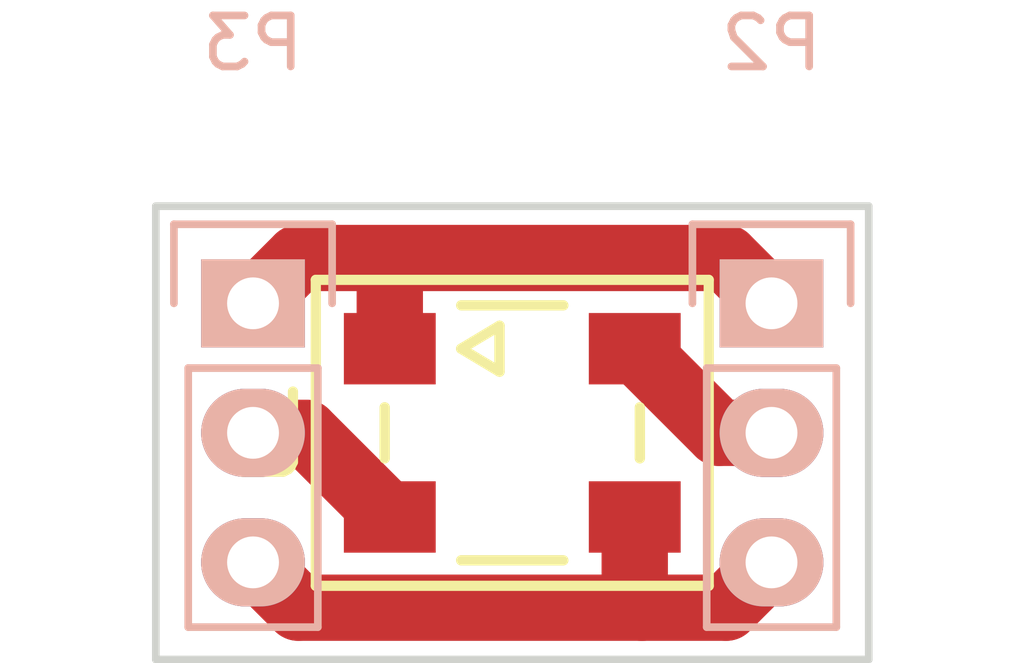
<source format=kicad_pcb>
(kicad_pcb (version 4) (host pcbnew 4.0.2+dfsg1-stable)

  (general
    (links 6)
    (no_connects 0)
    (area 134.441667 99.035 155.118334 112.635001)
    (thickness 1.6)
    (drawings 4)
    (tracks 16)
    (zones 0)
    (modules 3)
    (nets 5)
  )

  (page A4)
  (layers
    (0 F.Cu signal)
    (31 B.Cu signal)
    (32 B.Adhes user)
    (33 F.Adhes user)
    (34 B.Paste user)
    (35 F.Paste user)
    (36 B.SilkS user)
    (37 F.SilkS user)
    (38 B.Mask user)
    (39 F.Mask user)
    (40 Dwgs.User user)
    (41 Cmts.User user)
    (42 Eco1.User user)
    (43 Eco2.User user)
    (44 Edge.Cuts user)
    (45 Margin user)
    (46 B.CrtYd user)
    (47 F.CrtYd user)
    (48 B.Fab user)
    (49 F.Fab user)
  )

  (setup
    (last_trace_width 1.3)
    (trace_clearance 0.35)
    (zone_clearance 0.508)
    (zone_45_only no)
    (trace_min 0.2)
    (segment_width 0.2)
    (edge_width 0.15)
    (via_size 0.6)
    (via_drill 0.4)
    (via_min_size 0.4)
    (via_min_drill 0.3)
    (uvia_size 0.3)
    (uvia_drill 0.1)
    (uvias_allowed no)
    (uvia_min_size 0.2)
    (uvia_min_drill 0.1)
    (pcb_text_width 0.3)
    (pcb_text_size 1.5 1.5)
    (mod_edge_width 0.15)
    (mod_text_size 1 1)
    (mod_text_width 0.15)
    (pad_size 1.524 1.524)
    (pad_drill 0.762)
    (pad_to_mask_clearance 0.2)
    (aux_axis_origin 0 0)
    (visible_elements FFFFFF7F)
    (pcbplotparams
      (layerselection 0x01000_00000001)
      (usegerberextensions false)
      (excludeedgelayer true)
      (linewidth 0.100000)
      (plotframeref false)
      (viasonmask false)
      (mode 1)
      (useauxorigin false)
      (hpglpennumber 1)
      (hpglpenspeed 20)
      (hpglpendiameter 15)
      (hpglpenoverlay 2)
      (psnegative false)
      (psa4output false)
      (plotreference true)
      (plotvalue true)
      (plotinvisibletext false)
      (padsonsilk false)
      (subtractmaskfromsilk false)
      (outputformat 1)
      (mirror false)
      (drillshape 0)
      (scaleselection 1)
      (outputdirectory /media/nicola/NicolaUSB/hexagro/))
  )

  (net 0 "")
  (net 1 "Net-(P2-Pad1)")
  (net 2 "Net-(P2-Pad2)")
  (net 3 "Net-(P2-Pad3)")
  (net 4 "Net-(P3-Pad2)")

  (net_class Default "This is the default net class."
    (clearance 0.35)
    (trace_width 1.3)
    (via_dia 0.6)
    (via_drill 0.4)
    (uvia_dia 0.3)
    (uvia_drill 0.1)
    (add_net "Net-(P2-Pad1)")
    (add_net "Net-(P2-Pad2)")
    (add_net "Net-(P2-Pad3)")
    (add_net "Net-(P3-Pad2)")
  )

  (module Pin_Headers:Pin_Header_Straight_1x03 (layer B.Cu) (tedit 0) (tstamp 56F032BA)
    (at 149.86 105.41 180)
    (descr "Through hole pin header")
    (tags "pin header")
    (path /56F02BC2)
    (fp_text reference P2 (at 0 5.1 180) (layer B.SilkS)
      (effects (font (size 1 1) (thickness 0.15)) (justify mirror))
    )
    (fp_text value CONN_01X03 (at 0 3.1 180) (layer B.Fab)
      (effects (font (size 1 1) (thickness 0.15)) (justify mirror))
    )
    (fp_line (start -1.75 1.75) (end -1.75 -6.85) (layer B.CrtYd) (width 0.05))
    (fp_line (start 1.75 1.75) (end 1.75 -6.85) (layer B.CrtYd) (width 0.05))
    (fp_line (start -1.75 1.75) (end 1.75 1.75) (layer B.CrtYd) (width 0.05))
    (fp_line (start -1.75 -6.85) (end 1.75 -6.85) (layer B.CrtYd) (width 0.05))
    (fp_line (start -1.27 -1.27) (end -1.27 -6.35) (layer B.SilkS) (width 0.15))
    (fp_line (start -1.27 -6.35) (end 1.27 -6.35) (layer B.SilkS) (width 0.15))
    (fp_line (start 1.27 -6.35) (end 1.27 -1.27) (layer B.SilkS) (width 0.15))
    (fp_line (start 1.55 1.55) (end 1.55 0) (layer B.SilkS) (width 0.15))
    (fp_line (start 1.27 -1.27) (end -1.27 -1.27) (layer B.SilkS) (width 0.15))
    (fp_line (start -1.55 0) (end -1.55 1.55) (layer B.SilkS) (width 0.15))
    (fp_line (start -1.55 1.55) (end 1.55 1.55) (layer B.SilkS) (width 0.15))
    (pad 1 thru_hole rect (at 0 0 180) (size 2.032 1.7272) (drill 1.016) (layers *.Cu *.Mask B.SilkS)
      (net 1 "Net-(P2-Pad1)"))
    (pad 2 thru_hole oval (at 0 -2.54 180) (size 2.032 1.7272) (drill 1.016) (layers *.Cu *.Mask B.SilkS)
      (net 2 "Net-(P2-Pad2)"))
    (pad 3 thru_hole oval (at 0 -5.08 180) (size 2.032 1.7272) (drill 1.016) (layers *.Cu *.Mask B.SilkS)
      (net 3 "Net-(P2-Pad3)"))
    (model Pin_Headers.3dshapes/Pin_Header_Straight_1x03.wrl
      (at (xyz 0 -0.1 0))
      (scale (xyz 1 1 1))
      (rotate (xyz 0 0 90))
    )
  )

  (module Pin_Headers:Pin_Header_Straight_1x03 (layer B.Cu) (tedit 0) (tstamp 56F032C1)
    (at 139.7 105.41 180)
    (descr "Through hole pin header")
    (tags "pin header")
    (path /56F02BED)
    (fp_text reference P3 (at 0 5.1 180) (layer B.SilkS)
      (effects (font (size 1 1) (thickness 0.15)) (justify mirror))
    )
    (fp_text value CONN_01X03 (at 0 3.1 180) (layer B.Fab)
      (effects (font (size 1 1) (thickness 0.15)) (justify mirror))
    )
    (fp_line (start -1.75 1.75) (end -1.75 -6.85) (layer B.CrtYd) (width 0.05))
    (fp_line (start 1.75 1.75) (end 1.75 -6.85) (layer B.CrtYd) (width 0.05))
    (fp_line (start -1.75 1.75) (end 1.75 1.75) (layer B.CrtYd) (width 0.05))
    (fp_line (start -1.75 -6.85) (end 1.75 -6.85) (layer B.CrtYd) (width 0.05))
    (fp_line (start -1.27 -1.27) (end -1.27 -6.35) (layer B.SilkS) (width 0.15))
    (fp_line (start -1.27 -6.35) (end 1.27 -6.35) (layer B.SilkS) (width 0.15))
    (fp_line (start 1.27 -6.35) (end 1.27 -1.27) (layer B.SilkS) (width 0.15))
    (fp_line (start 1.55 1.55) (end 1.55 0) (layer B.SilkS) (width 0.15))
    (fp_line (start 1.27 -1.27) (end -1.27 -1.27) (layer B.SilkS) (width 0.15))
    (fp_line (start -1.55 0) (end -1.55 1.55) (layer B.SilkS) (width 0.15))
    (fp_line (start -1.55 1.55) (end 1.55 1.55) (layer B.SilkS) (width 0.15))
    (pad 1 thru_hole rect (at 0 0 180) (size 2.032 1.7272) (drill 1.016) (layers *.Cu *.Mask B.SilkS)
      (net 1 "Net-(P2-Pad1)"))
    (pad 2 thru_hole oval (at 0 -2.54 180) (size 2.032 1.7272) (drill 1.016) (layers *.Cu *.Mask B.SilkS)
      (net 4 "Net-(P3-Pad2)"))
    (pad 3 thru_hole oval (at 0 -5.08 180) (size 2.032 1.7272) (drill 1.016) (layers *.Cu *.Mask B.SilkS)
      (net 3 "Net-(P2-Pad3)"))
    (model Pin_Headers.3dshapes/Pin_Header_Straight_1x03.wrl
      (at (xyz 0 -0.1 0))
      (scale (xyz 1 1 1))
      (rotate (xyz 0 0 90))
    )
  )

  (module PLCC4-5050:PLCC4-5050 (layer F.Cu) (tedit 523CDB0D) (tstamp 56F032C9)
    (at 144.78 107.95 90)
    (path /56F031A6)
    (fp_text reference U1 (at 0 -4.75 90) (layer F.SilkS)
      (effects (font (size 1 1) (thickness 0.2)))
    )
    (fp_text value WS2812B (at 0 4.85 90) (layer F.SilkS) hide
      (effects (font (size 1 1) (thickness 0.2)))
    )
    (fp_line (start 1.65 -1) (end 1.2 -0.25) (layer F.SilkS) (width 0.2032))
    (fp_line (start 1.2 -0.25) (end 2.1 -0.25) (layer F.SilkS) (width 0.2032))
    (fp_line (start 2.1 -0.25) (end 1.65 -1) (layer F.SilkS) (width 0.2032))
    (fp_line (start -2.5 -1) (end -2.5 1) (layer F.SilkS) (width 0.2032))
    (fp_line (start -0.5 2.5) (end 0.5 2.5) (layer F.SilkS) (width 0.2032))
    (fp_line (start 2.5 -1) (end 2.5 1) (layer F.SilkS) (width 0.2032))
    (fp_line (start -0.5 -2.5) (end 0.5 -2.5) (layer F.SilkS) (width 0.2032))
    (fp_line (start 2.1 2.5) (end 2.5 2.5) (layer Dwgs.User) (width 0.2032))
    (fp_line (start -1.2 2.5) (end 1.2 2.5) (layer Dwgs.User) (width 0.2032))
    (fp_line (start -2.5 2.5) (end -2.1 2.5) (layer Dwgs.User) (width 0.2032))
    (fp_line (start 2.1 -2.5) (end 2.5 -2.5) (layer Dwgs.User) (width 0.2032))
    (fp_line (start -1.2 -2.5) (end 1.2 -2.5) (layer Dwgs.User) (width 0.2032))
    (fp_line (start -2.5 -2.5) (end -2.1 -2.5) (layer Dwgs.User) (width 0.2032))
    (fp_line (start -2.1 -2.7) (end -1.2 -2.7) (layer Dwgs.User) (width 0.2032))
    (fp_line (start -1.2 -2.7) (end -1.2 -1.8) (layer Dwgs.User) (width 0.2032))
    (fp_line (start -1.2 -1.8) (end -2.1 -1.8) (layer Dwgs.User) (width 0.2032))
    (fp_line (start -2.1 -1.8) (end -2.1 -2.7) (layer Dwgs.User) (width 0.2032))
    (fp_line (start 2.1 -2.7) (end 1.2 -2.7) (layer Dwgs.User) (width 0.2032))
    (fp_line (start 1.2 -2.7) (end 1.2 -1.8) (layer Dwgs.User) (width 0.2032))
    (fp_line (start 1.2 -1.8) (end 2.1 -1.8) (layer Dwgs.User) (width 0.2032))
    (fp_line (start 2.1 -1.8) (end 2.1 -2.7) (layer Dwgs.User) (width 0.2032))
    (fp_line (start -3 3.85) (end -3 -3.85) (layer F.SilkS) (width 0.2))
    (fp_line (start 3 3.85) (end -3 3.85) (layer F.SilkS) (width 0.2))
    (fp_line (start -3 -3.85) (end 3 -3.85) (layer F.SilkS) (width 0.2))
    (fp_line (start 3 -3.85) (end 3 3.85) (layer F.SilkS) (width 0.2))
    (fp_line (start -2.1 2.7) (end -2.1 1.8) (layer Dwgs.User) (width 0.2))
    (fp_line (start -2.1 1.8) (end -1.2 1.8) (layer Dwgs.User) (width 0.2))
    (fp_line (start -1.2 1.8) (end -1.2 2.7) (layer Dwgs.User) (width 0.2))
    (fp_line (start -1.2 2.7) (end -2.1 2.7) (layer Dwgs.User) (width 0.2))
    (fp_line (start 1.2 2.7) (end 1.2 1.8) (layer Dwgs.User) (width 0.2))
    (fp_line (start 1.2 1.8) (end 2.1 1.8) (layer Dwgs.User) (width 0.2))
    (fp_line (start 2.1 1.8) (end 2.1 2.7) (layer Dwgs.User) (width 0.2))
    (fp_line (start 2.1 2.7) (end 1.2 2.7) (layer Dwgs.User) (width 0.2))
    (fp_line (start 2.5 -2.5) (end 2.5 2.5) (layer Dwgs.User) (width 0.2))
    (fp_line (start -2.49936 2.49936) (end -2.49936 -2.49936) (layer Dwgs.User) (width 0.2))
    (pad 1 smd rect (at 1.65 -2.4 90) (size 1.4 1.8) (layers F.Cu F.Paste F.Mask)
      (net 1 "Net-(P2-Pad1)"))
    (pad 2 smd rect (at -1.65 -2.4 90) (size 1.4 1.8) (layers F.Cu F.Paste F.Mask)
      (net 4 "Net-(P3-Pad2)"))
    (pad 3 smd rect (at -1.65 2.4 90) (size 1.4 1.8) (layers F.Cu F.Paste F.Mask)
      (net 3 "Net-(P2-Pad3)"))
    (pad 4 smd rect (at 1.65 2.4 90) (size 1.4 1.8) (layers F.Cu F.Paste F.Mask)
      (net 2 "Net-(P2-Pad2)"))
  )

  (gr_line (start 137.795 112.395) (end 137.795 103.505) (layer Edge.Cuts) (width 0.15))
  (gr_line (start 151.765 112.395) (end 137.795 112.395) (layer Edge.Cuts) (width 0.15))
  (gr_line (start 151.765 103.505) (end 151.765 112.395) (layer Edge.Cuts) (width 0.15))
  (gr_line (start 137.795 103.505) (end 151.765 103.505) (layer Edge.Cuts) (width 0.15))

  (segment (start 148.971 104.521) (end 142.367 104.521) (width 1.3) (layer F.Cu) (net 1))
  (segment (start 142.367 104.521) (end 140.589 104.521) (width 1.3) (layer F.Cu) (net 1))
  (segment (start 142.38 104.534) (end 142.367 104.521) (width 1.3) (layer F.Cu) (net 1))
  (segment (start 142.38 106.3) (end 142.38 104.534) (width 1.3) (layer F.Cu) (net 1))
  (segment (start 149.86 105.41) (end 148.971 104.521) (width 1.3) (layer F.Cu) (net 1))
  (segment (start 140.589 104.521) (end 139.7 105.41) (width 1.3) (layer F.Cu) (net 1) (tstamp 56F034D4))
  (segment (start 149.86 107.95) (end 148.83 107.95) (width 1.3) (layer F.Cu) (net 2))
  (segment (start 148.83 107.95) (end 147.18 106.3) (width 1.3) (layer F.Cu) (net 2))
  (segment (start 140.589 111.379) (end 147.32 111.379) (width 1.3) (layer F.Cu) (net 3))
  (segment (start 147.32 111.379) (end 148.971 111.379) (width 1.3) (layer F.Cu) (net 3))
  (segment (start 147.18 109.6) (end 147.18 111.239) (width 1.3) (layer F.Cu) (net 3))
  (segment (start 147.18 111.239) (end 147.32 111.379) (width 1.3) (layer F.Cu) (net 3))
  (segment (start 139.7 110.49) (end 140.589 111.379) (width 1.3) (layer F.Cu) (net 3))
  (segment (start 148.971 111.379) (end 149.86 110.49) (width 1.3) (layer F.Cu) (net 3) (tstamp 56F034D8))
  (segment (start 139.7 107.95) (end 140.73 107.95) (width 1.3) (layer F.Cu) (net 4))
  (segment (start 140.73 107.95) (end 142.38 109.6) (width 1.3) (layer F.Cu) (net 4))

)

</source>
